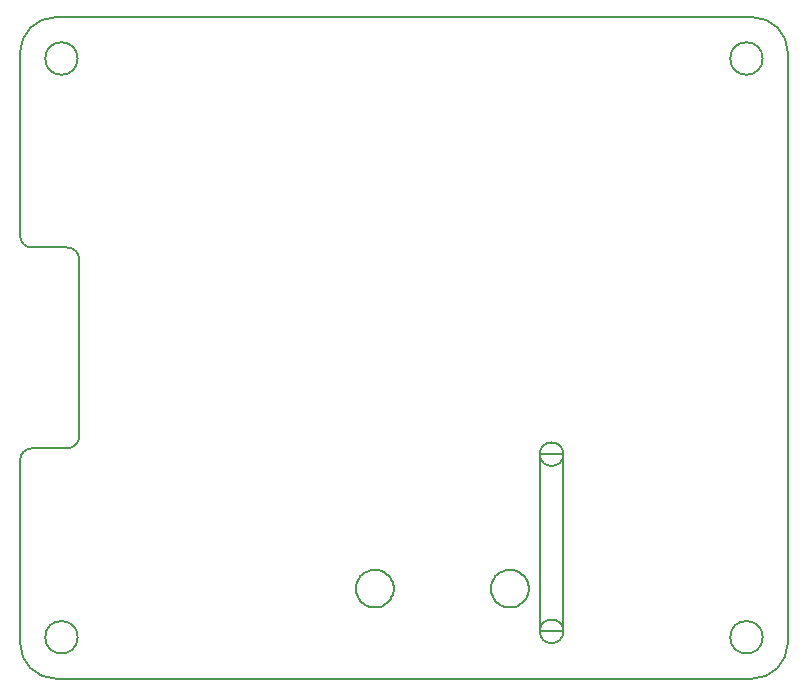
<source format=gbr>
G04 DipTrace 2.4.0.1*
%INBoardOutline.gbr*%
%MOMM*%
%ADD11C,0.14*%
%FSLAX53Y53*%
G04*
G71*
G90*
G75*
G01*
%LNBoardOutline*%
%LPD*%
X13000Y10000D2*
D11*
G02X10000Y13000I0J3000D01*
G01*
Y28500D1*
G02X11000Y29500I1000J0D01*
G01*
X14000D1*
G03X15000Y30500I0J1000D01*
G01*
Y45500D1*
G03X14000Y46500I-1000J0D01*
G01*
X11000D1*
G02X10000Y47500I0J1000D01*
G01*
Y63000D1*
G02X13000Y66000I2999J1D01*
G01*
X72000D1*
G02X75000Y63000I0J-3000D01*
G01*
Y13000D1*
G02X72000Y10000I-3000J0D01*
G01*
X13000D1*
X54000Y29000D2*
X56000D1*
Y14000D1*
X54000D1*
Y29000D1*
G02X54000Y29000I1000J0D01*
G01*
Y14000D2*
G02X54000Y14000I1000J0D01*
G01*
X12125Y62500D2*
G02X12125Y62500I1375J0D01*
G01*
Y13500D2*
G02X12125Y13500I1375J0D01*
G01*
X70125Y62500D2*
G02X70125Y62500I1375J0D01*
G01*
Y13500D2*
G02X70125Y13500I1375J0D01*
G01*
X38435Y17620D2*
X38439Y17732D1*
X38451Y17843D1*
X38470Y17953D1*
X38497Y18061D1*
X38532Y18168D1*
X38573Y18271D1*
X38622Y18372D1*
X38678Y18468D1*
X38741Y18561D1*
X38809Y18649D1*
X38884Y18732D1*
X38964Y18810D1*
X39050Y18882D1*
X39140Y18947D1*
X39235Y19007D1*
X39333Y19059D1*
X39435Y19104D1*
X39540Y19143D1*
X39648Y19173D1*
X39757Y19197D1*
X39867Y19212D1*
X39979Y19220D1*
X40091D1*
X40202Y19212D1*
X40312Y19197D1*
X40422Y19173D1*
X40529Y19143D1*
X40634Y19104D1*
X40736Y19059D1*
X40834Y19007D1*
X40929Y18947D1*
X41020Y18882D1*
X41105Y18810D1*
X41185Y18732D1*
X41260Y18649D1*
X41329Y18561D1*
X41391Y18468D1*
X41447Y18372D1*
X41496Y18271D1*
X41538Y18168D1*
X41572Y18061D1*
X41599Y17953D1*
X41619Y17843D1*
X41630Y17732D1*
X41634Y17620D1*
X41630Y17508D1*
X41619Y17397D1*
X41599Y17287D1*
X41572Y17179D1*
X41538Y17073D1*
X41496Y16969D1*
X41447Y16869D1*
X41391Y16772D1*
X41329Y16679D1*
X41260Y16591D1*
X41185Y16508D1*
X41105Y16430D1*
X41020Y16359D1*
X40929Y16293D1*
X40834Y16234D1*
X40736Y16181D1*
X40634Y16136D1*
X40529Y16098D1*
X40422Y16067D1*
X40312Y16043D1*
X40202Y16028D1*
X40091Y16020D1*
X39979D1*
X39867Y16028D1*
X39757Y16043D1*
X39648Y16067D1*
X39540Y16098D1*
X39435Y16136D1*
X39333Y16181D1*
X39235Y16234D1*
X39140Y16293D1*
X39050Y16359D1*
X38964Y16430D1*
X38884Y16508D1*
X38809Y16591D1*
X38741Y16679D1*
X38678Y16772D1*
X38622Y16869D1*
X38573Y16969D1*
X38532Y17073D1*
X38497Y17179D1*
X38470Y17287D1*
X38451Y17397D1*
X38439Y17508D1*
X38435Y17620D1*
X49866D2*
X49870Y17732D1*
X49881Y17843D1*
X49901Y17953D1*
X49928Y18061D1*
X49962Y18168D1*
X50004Y18271D1*
X50053Y18372D1*
X50109Y18468D1*
X50171Y18561D1*
X50240Y18649D1*
X50315Y18732D1*
X50395Y18810D1*
X50480Y18882D1*
X50571Y18947D1*
X50666Y19007D1*
X50764Y19059D1*
X50866Y19104D1*
X50971Y19143D1*
X51078Y19173D1*
X51188Y19197D1*
X51298Y19212D1*
X51409Y19220D1*
X51521D1*
X51633Y19212D1*
X51743Y19197D1*
X51852Y19173D1*
X51960Y19143D1*
X52065Y19104D1*
X52167Y19059D1*
X52265Y19007D1*
X52360Y18947D1*
X52450Y18882D1*
X52536Y18810D1*
X52616Y18732D1*
X52691Y18649D1*
X52759Y18561D1*
X52822Y18468D1*
X52878Y18372D1*
X52927Y18271D1*
X52968Y18168D1*
X53003Y18061D1*
X53030Y17953D1*
X53049Y17843D1*
X53061Y17732D1*
X53065Y17620D1*
X53061Y17508D1*
X53049Y17397D1*
X53030Y17287D1*
X53003Y17179D1*
X52968Y17073D1*
X52927Y16969D1*
X52878Y16869D1*
X52822Y16772D1*
X52759Y16679D1*
X52691Y16591D1*
X52616Y16508D1*
X52536Y16430D1*
X52450Y16359D1*
X52360Y16293D1*
X52265Y16234D1*
X52167Y16181D1*
X52065Y16136D1*
X51960Y16098D1*
X51852Y16067D1*
X51743Y16043D1*
X51633Y16028D1*
X51521Y16020D1*
X51409D1*
X51298Y16028D1*
X51188Y16043D1*
X51078Y16067D1*
X50971Y16098D1*
X50866Y16136D1*
X50764Y16181D1*
X50666Y16234D1*
X50571Y16293D1*
X50480Y16359D1*
X50395Y16430D1*
X50315Y16508D1*
X50240Y16591D1*
X50171Y16679D1*
X50109Y16772D1*
X50053Y16869D1*
X50004Y16969D1*
X49962Y17073D1*
X49928Y17179D1*
X49901Y17287D1*
X49881Y17397D1*
X49870Y17508D1*
X49866Y17620D1*
M02*

</source>
